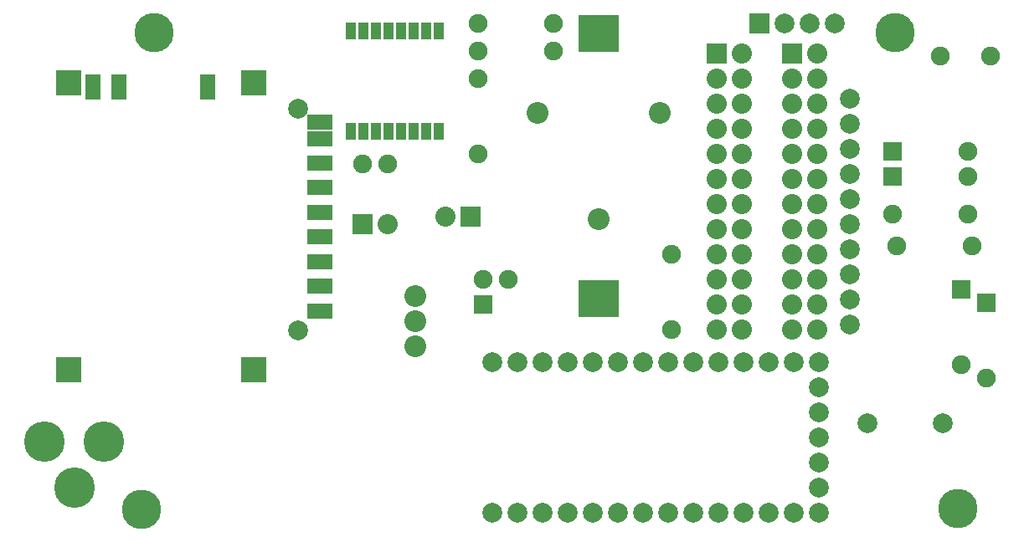
<source format=gts>
G04 (created by PCBNEW-RS274X (2012-apr-16-27)-stable) date Tue 22 Apr 2014 06:10:25 PM EDT*
G01*
G70*
G90*
%MOIN*%
G04 Gerber Fmt 3.4, Leading zero omitted, Abs format*
%FSLAX34Y34*%
G04 APERTURE LIST*
%ADD10C,0.006000*%
%ADD11R,0.080000X0.080000*%
%ADD12C,0.080000*%
%ADD13C,0.079100*%
%ADD14R,0.098700X0.063300*%
%ADD15R,0.098700X0.098700*%
%ADD16R,0.059400X0.098700*%
%ADD17R,0.079100X0.079100*%
%ADD18R,0.075000X0.075000*%
%ADD19C,0.075000*%
%ADD20C,0.161700*%
%ADD21C,0.086900*%
%ADD22R,0.159800X0.145200*%
%ADD23R,0.040000X0.065000*%
%ADD24C,0.156600*%
G04 APERTURE END LIST*
G54D10*
G54D11*
X69900Y-32700D03*
G54D12*
X70900Y-32700D03*
X69900Y-33700D03*
X70900Y-33700D03*
X69900Y-34700D03*
X70900Y-34700D03*
X69900Y-35700D03*
X70900Y-35700D03*
X69900Y-36700D03*
X70900Y-36700D03*
X69900Y-37700D03*
X70900Y-37700D03*
X69900Y-38700D03*
X70900Y-38700D03*
X69900Y-39700D03*
X70900Y-39700D03*
X69900Y-40700D03*
X70900Y-40700D03*
X69900Y-41700D03*
X70900Y-41700D03*
X69900Y-42700D03*
X70900Y-42700D03*
X69900Y-43700D03*
X70900Y-43700D03*
G54D11*
X66900Y-32700D03*
G54D12*
X67900Y-32700D03*
X66900Y-33700D03*
X67900Y-33700D03*
X66900Y-34700D03*
X67900Y-34700D03*
X66900Y-35700D03*
X67900Y-35700D03*
X66900Y-36700D03*
X67900Y-36700D03*
X66900Y-37700D03*
X67900Y-37700D03*
X66900Y-38700D03*
X67900Y-38700D03*
X66900Y-39700D03*
X67900Y-39700D03*
X66900Y-40700D03*
X67900Y-40700D03*
X66900Y-41700D03*
X67900Y-41700D03*
X66900Y-42700D03*
X67900Y-42700D03*
X66900Y-43700D03*
X67900Y-43700D03*
G54D13*
X50256Y-34902D03*
X50256Y-43721D03*
G54D14*
X51122Y-35433D03*
X51122Y-36103D03*
X51122Y-37058D03*
X51122Y-38042D03*
X51122Y-39026D03*
X51122Y-40010D03*
X51122Y-40995D03*
X51122Y-41979D03*
X51122Y-42963D03*
G54D15*
X48465Y-33878D03*
X41122Y-33878D03*
X48465Y-45296D03*
X41122Y-45296D03*
G54D16*
X46634Y-34036D03*
X43110Y-34036D03*
X42087Y-34036D03*
G54D17*
X68600Y-31500D03*
G54D13*
X69600Y-31500D03*
X70600Y-31500D03*
X71600Y-31500D03*
G54D11*
X57100Y-39200D03*
G54D12*
X56100Y-39200D03*
G54D18*
X73900Y-37600D03*
G54D19*
X76900Y-37600D03*
G54D18*
X76634Y-42083D03*
G54D19*
X76634Y-45083D03*
G54D18*
X73900Y-36600D03*
G54D19*
X76900Y-36600D03*
G54D18*
X77638Y-42634D03*
G54D19*
X77638Y-45634D03*
G54D13*
X72200Y-38500D03*
X72200Y-37500D03*
X72200Y-36500D03*
X72200Y-34500D03*
X72200Y-35500D03*
X72200Y-39500D03*
X72200Y-40500D03*
X72200Y-41500D03*
X72200Y-42500D03*
X72200Y-43500D03*
X72913Y-47421D03*
X75905Y-47421D03*
X57992Y-50992D03*
X58992Y-50992D03*
X59992Y-50992D03*
X70992Y-50992D03*
X60992Y-50992D03*
X61992Y-50992D03*
X62992Y-50992D03*
X63992Y-50992D03*
X64992Y-50992D03*
X65992Y-50992D03*
X66992Y-50992D03*
X67992Y-50992D03*
X68992Y-50992D03*
X69992Y-50992D03*
X70992Y-44992D03*
X69992Y-44992D03*
X68992Y-44992D03*
X67992Y-44992D03*
X66992Y-44992D03*
X65992Y-44992D03*
X64992Y-44992D03*
X63992Y-44992D03*
X62992Y-44992D03*
X61992Y-44992D03*
X60992Y-44992D03*
X59992Y-44992D03*
X58992Y-44992D03*
X57992Y-44992D03*
X70992Y-49992D03*
X70992Y-48992D03*
X70992Y-47992D03*
X70992Y-46992D03*
X70992Y-45992D03*
G54D20*
X40158Y-48150D03*
X42520Y-48150D03*
X41339Y-50000D03*
G54D21*
X54921Y-44350D03*
X54921Y-43350D03*
X54921Y-42350D03*
G54D19*
X57400Y-31500D03*
X60400Y-31500D03*
X57400Y-32600D03*
X60400Y-32600D03*
G54D11*
X52800Y-39500D03*
G54D12*
X53800Y-39500D03*
G54D19*
X52800Y-37100D03*
X53800Y-37100D03*
G54D21*
X62224Y-39287D03*
X59791Y-35070D03*
X64657Y-35070D03*
G54D22*
X62224Y-42480D03*
X62224Y-31909D03*
G54D19*
X77800Y-32800D03*
X75800Y-32800D03*
X65100Y-43700D03*
X65100Y-40700D03*
X77091Y-40354D03*
X74091Y-40354D03*
X76900Y-39100D03*
X73900Y-39100D03*
X57400Y-36700D03*
X57400Y-33700D03*
G54D23*
X52350Y-35800D03*
X52850Y-35800D03*
X53350Y-35800D03*
X53850Y-35800D03*
X54350Y-35800D03*
X54850Y-35800D03*
X55350Y-35800D03*
X55850Y-35800D03*
X55850Y-31800D03*
X55350Y-31800D03*
X54850Y-31800D03*
X54350Y-31800D03*
X53850Y-31800D03*
X53350Y-31800D03*
X52850Y-31800D03*
X52350Y-31800D03*
G54D19*
X57600Y-41700D03*
X58600Y-41700D03*
G54D18*
X57600Y-42700D03*
G54D24*
X44508Y-31850D03*
X44016Y-50866D03*
X76496Y-50846D03*
X73996Y-31850D03*
M02*

</source>
